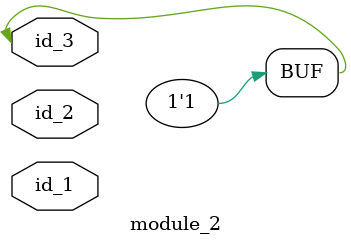
<source format=v>
module module_0;
  assign id_1 = id_1;
  assign id_2 = "";
  assign id_1[{"", -1'h0}] = 1;
  wire id_3, id_4;
  module_2 modCall_1 (
      id_3,
      id_3,
      id_4
  );
endmodule
module module_1 (
    id_1,
    id_2,
    id_3,
    id_4,
    id_5,
    id_6
);
  inout wire id_6;
  input wire id_5;
  input wire id_4;
  input wire id_3;
  inout wire id_2;
  output wire id_1;
  assign id_1 = 1;
  xnor primCall (id_1, id_2, id_3, id_4, id_5, id_6);
  module_0 modCall_1 ();
  assign modCall_1.id_2 = "";
endmodule
module module_2 (
    id_1,
    id_2,
    id_3
);
  inout wire id_3;
  input wire id_2;
  input wire id_1;
  assign id_3 = id_3;
  assign id_3 = -1;
endmodule

</source>
